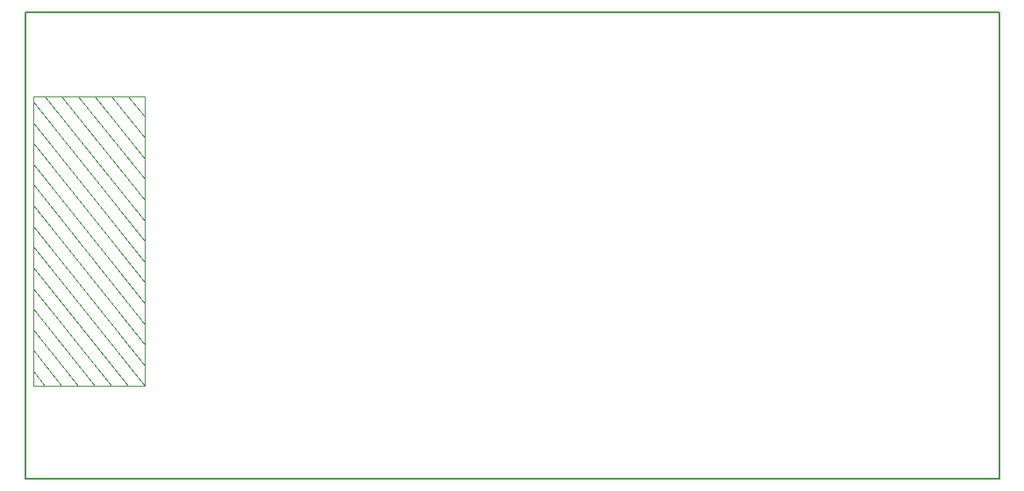
<source format=gbr>
%TF.GenerationSoftware,KiCad,Pcbnew,(5.1.9)-1*%
%TF.CreationDate,2021-07-08T11:56:06-05:00*%
%TF.ProjectId,prueba,70727565-6261-42e6-9b69-6361645f7063,rev?*%
%TF.SameCoordinates,Original*%
%TF.FileFunction,OtherDrawing,Comment*%
%FSLAX46Y46*%
G04 Gerber Fmt 4.6, Leading zero omitted, Abs format (unit mm)*
G04 Created by KiCad (PCBNEW (5.1.9)-1) date 2021-07-08 11:56:06*
%MOMM*%
%LPD*%
G01*
G04 APERTURE LIST*
%ADD10C,0.150000*%
%ADD11C,0.100000*%
G04 APERTURE END LIST*
D10*
X29000000Y-79000000D02*
X29000000Y-124000000D01*
X123000000Y-79000000D02*
X29000000Y-79000000D01*
X123000000Y-124000000D02*
X123000000Y-79000000D01*
X29000000Y-124000000D02*
X123000000Y-124000000D01*
D11*
%TO.C,U3*%
X38945000Y-87085000D02*
X40560000Y-89085000D01*
X37330000Y-87085000D02*
X40560000Y-91085000D01*
X35715000Y-87085000D02*
X40560000Y-93085000D01*
X34100000Y-87085000D02*
X40560000Y-95085000D01*
X32485000Y-87085000D02*
X40560000Y-97085000D01*
X30870000Y-87085000D02*
X40560000Y-99085000D01*
X29780000Y-87610000D02*
X40560000Y-101085000D01*
X29780000Y-89610000D02*
X40560000Y-103085000D01*
X29780000Y-91610000D02*
X40560000Y-105085000D01*
X29780000Y-93610000D02*
X40560000Y-107085000D01*
X40560000Y-109085000D02*
X29780000Y-95610000D01*
X29780000Y-97610000D02*
X40560000Y-111085000D01*
X29780000Y-99610000D02*
X40560000Y-113085000D01*
X29780000Y-101610000D02*
X40560000Y-115085000D01*
X29780000Y-103610000D02*
X38945000Y-115085000D01*
X29780000Y-105610000D02*
X37330000Y-115085000D01*
X29780000Y-107610000D02*
X35715000Y-115085000D01*
X29780000Y-109610000D02*
X34100000Y-115085000D01*
X29780000Y-111610000D02*
X32485000Y-115085000D01*
X29780000Y-113610000D02*
X30870000Y-115085000D01*
X29780000Y-87085000D02*
X29780000Y-115085000D01*
X40560000Y-87085000D02*
X29780000Y-87085000D01*
X40560000Y-87085000D02*
X40560000Y-115085000D01*
X40560000Y-115085000D02*
X29780000Y-115085000D01*
%TD*%
M02*

</source>
